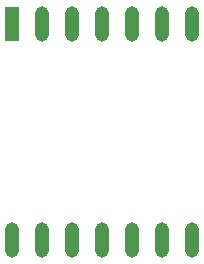
<source format=gbp>
G04 Layer: BottomPasteMaskLayer*
G04 EasyEDA Pro v1.9.26, 2022-12-23 16:49:17*
G04 Gerber Generator version 0.3*
G04 Scale: 100 percent, Rotated: No, Reflected: No*
G04 Dimensions in millimeters*
G04 Leading zeros omitted, absolute positions, 3 integers and 3 decimals*
%FSLAX33Y33*%
%MOMM*%
%ADD10R,1.2X2.999999*%
%ADD11O,1.2X2.999999*%
G75*


G04 Pad Start*
G54D10*
G01X4699Y-889D03*
G54D11*
G01X9779Y-889D03*
G01X12319Y-889D03*
G01X14859Y-889D03*
G01X17399Y-889D03*
G01X19939Y-889D03*
G01X7239Y-889D03*
G01X19939Y-19177D03*
G01X17399Y-19177D03*
G01X14859Y-19177D03*
G01X12319Y-19177D03*
G01X9779Y-19177D03*
G01X7239Y-19177D03*
G01X4699Y-19177D03*
G04 Pad End*

M02*

</source>
